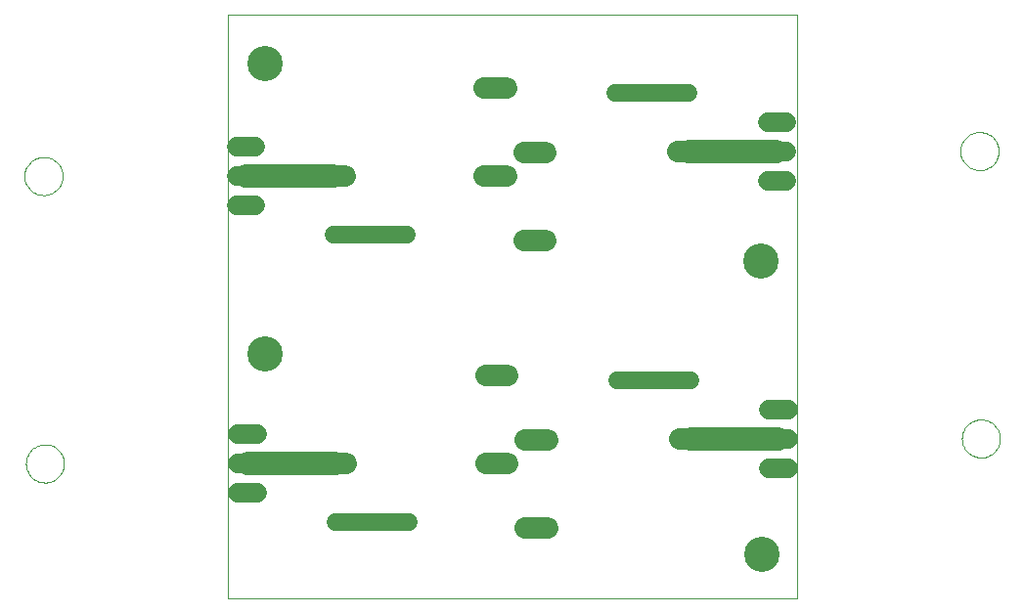
<source format=gbl>
G75*
G70*
%OFA0B0*%
%FSLAX24Y24*%
%IPPOS*%
%LPD*%
%AMOC8*
5,1,8,0,0,1.08239X$1,22.5*
%
%ADD10C,0.0000*%
%ADD11C,0.0660*%
%ADD12C,0.0740*%
%ADD13C,0.1200*%
%ADD14C,0.0400*%
%ADD15C,0.0600*%
%ADD16C,0.0800*%
D10*
X007790Y001718D02*
X027190Y001718D01*
X027190Y021618D01*
X007790Y021618D01*
X007790Y001718D01*
X000890Y006318D02*
X000892Y006368D01*
X000898Y006418D01*
X000908Y006468D01*
X000921Y006516D01*
X000938Y006564D01*
X000959Y006610D01*
X000983Y006654D01*
X001011Y006696D01*
X001042Y006736D01*
X001076Y006773D01*
X001113Y006808D01*
X001152Y006839D01*
X001193Y006868D01*
X001237Y006893D01*
X001283Y006915D01*
X001330Y006933D01*
X001378Y006947D01*
X001427Y006958D01*
X001477Y006965D01*
X001527Y006968D01*
X001578Y006967D01*
X001628Y006962D01*
X001678Y006953D01*
X001726Y006941D01*
X001774Y006924D01*
X001820Y006904D01*
X001865Y006881D01*
X001908Y006854D01*
X001948Y006824D01*
X001986Y006791D01*
X002021Y006755D01*
X002054Y006716D01*
X002083Y006675D01*
X002109Y006632D01*
X002132Y006587D01*
X002151Y006540D01*
X002166Y006492D01*
X002178Y006443D01*
X002186Y006393D01*
X002190Y006343D01*
X002190Y006293D01*
X002186Y006243D01*
X002178Y006193D01*
X002166Y006144D01*
X002151Y006096D01*
X002132Y006049D01*
X002109Y006004D01*
X002083Y005961D01*
X002054Y005920D01*
X002021Y005881D01*
X001986Y005845D01*
X001948Y005812D01*
X001908Y005782D01*
X001865Y005755D01*
X001820Y005732D01*
X001774Y005712D01*
X001726Y005695D01*
X001678Y005683D01*
X001628Y005674D01*
X001578Y005669D01*
X001527Y005668D01*
X001477Y005671D01*
X001427Y005678D01*
X001378Y005689D01*
X001330Y005703D01*
X001283Y005721D01*
X001237Y005743D01*
X001193Y005768D01*
X001152Y005797D01*
X001113Y005828D01*
X001076Y005863D01*
X001042Y005900D01*
X001011Y005940D01*
X000983Y005982D01*
X000959Y006026D01*
X000938Y006072D01*
X000921Y006120D01*
X000908Y006168D01*
X000898Y006218D01*
X000892Y006268D01*
X000890Y006318D01*
X000840Y016118D02*
X000842Y016168D01*
X000848Y016218D01*
X000858Y016268D01*
X000871Y016316D01*
X000888Y016364D01*
X000909Y016410D01*
X000933Y016454D01*
X000961Y016496D01*
X000992Y016536D01*
X001026Y016573D01*
X001063Y016608D01*
X001102Y016639D01*
X001143Y016668D01*
X001187Y016693D01*
X001233Y016715D01*
X001280Y016733D01*
X001328Y016747D01*
X001377Y016758D01*
X001427Y016765D01*
X001477Y016768D01*
X001528Y016767D01*
X001578Y016762D01*
X001628Y016753D01*
X001676Y016741D01*
X001724Y016724D01*
X001770Y016704D01*
X001815Y016681D01*
X001858Y016654D01*
X001898Y016624D01*
X001936Y016591D01*
X001971Y016555D01*
X002004Y016516D01*
X002033Y016475D01*
X002059Y016432D01*
X002082Y016387D01*
X002101Y016340D01*
X002116Y016292D01*
X002128Y016243D01*
X002136Y016193D01*
X002140Y016143D01*
X002140Y016093D01*
X002136Y016043D01*
X002128Y015993D01*
X002116Y015944D01*
X002101Y015896D01*
X002082Y015849D01*
X002059Y015804D01*
X002033Y015761D01*
X002004Y015720D01*
X001971Y015681D01*
X001936Y015645D01*
X001898Y015612D01*
X001858Y015582D01*
X001815Y015555D01*
X001770Y015532D01*
X001724Y015512D01*
X001676Y015495D01*
X001628Y015483D01*
X001578Y015474D01*
X001528Y015469D01*
X001477Y015468D01*
X001427Y015471D01*
X001377Y015478D01*
X001328Y015489D01*
X001280Y015503D01*
X001233Y015521D01*
X001187Y015543D01*
X001143Y015568D01*
X001102Y015597D01*
X001063Y015628D01*
X001026Y015663D01*
X000992Y015700D01*
X000961Y015740D01*
X000933Y015782D01*
X000909Y015826D01*
X000888Y015872D01*
X000871Y015920D01*
X000858Y015968D01*
X000848Y016018D01*
X000842Y016068D01*
X000840Y016118D01*
X032740Y016968D02*
X032742Y017018D01*
X032748Y017068D01*
X032758Y017118D01*
X032771Y017166D01*
X032788Y017214D01*
X032809Y017260D01*
X032833Y017304D01*
X032861Y017346D01*
X032892Y017386D01*
X032926Y017423D01*
X032963Y017458D01*
X033002Y017489D01*
X033043Y017518D01*
X033087Y017543D01*
X033133Y017565D01*
X033180Y017583D01*
X033228Y017597D01*
X033277Y017608D01*
X033327Y017615D01*
X033377Y017618D01*
X033428Y017617D01*
X033478Y017612D01*
X033528Y017603D01*
X033576Y017591D01*
X033624Y017574D01*
X033670Y017554D01*
X033715Y017531D01*
X033758Y017504D01*
X033798Y017474D01*
X033836Y017441D01*
X033871Y017405D01*
X033904Y017366D01*
X033933Y017325D01*
X033959Y017282D01*
X033982Y017237D01*
X034001Y017190D01*
X034016Y017142D01*
X034028Y017093D01*
X034036Y017043D01*
X034040Y016993D01*
X034040Y016943D01*
X034036Y016893D01*
X034028Y016843D01*
X034016Y016794D01*
X034001Y016746D01*
X033982Y016699D01*
X033959Y016654D01*
X033933Y016611D01*
X033904Y016570D01*
X033871Y016531D01*
X033836Y016495D01*
X033798Y016462D01*
X033758Y016432D01*
X033715Y016405D01*
X033670Y016382D01*
X033624Y016362D01*
X033576Y016345D01*
X033528Y016333D01*
X033478Y016324D01*
X033428Y016319D01*
X033377Y016318D01*
X033327Y016321D01*
X033277Y016328D01*
X033228Y016339D01*
X033180Y016353D01*
X033133Y016371D01*
X033087Y016393D01*
X033043Y016418D01*
X033002Y016447D01*
X032963Y016478D01*
X032926Y016513D01*
X032892Y016550D01*
X032861Y016590D01*
X032833Y016632D01*
X032809Y016676D01*
X032788Y016722D01*
X032771Y016770D01*
X032758Y016818D01*
X032748Y016868D01*
X032742Y016918D01*
X032740Y016968D01*
X032790Y007168D02*
X032792Y007218D01*
X032798Y007268D01*
X032808Y007318D01*
X032821Y007366D01*
X032838Y007414D01*
X032859Y007460D01*
X032883Y007504D01*
X032911Y007546D01*
X032942Y007586D01*
X032976Y007623D01*
X033013Y007658D01*
X033052Y007689D01*
X033093Y007718D01*
X033137Y007743D01*
X033183Y007765D01*
X033230Y007783D01*
X033278Y007797D01*
X033327Y007808D01*
X033377Y007815D01*
X033427Y007818D01*
X033478Y007817D01*
X033528Y007812D01*
X033578Y007803D01*
X033626Y007791D01*
X033674Y007774D01*
X033720Y007754D01*
X033765Y007731D01*
X033808Y007704D01*
X033848Y007674D01*
X033886Y007641D01*
X033921Y007605D01*
X033954Y007566D01*
X033983Y007525D01*
X034009Y007482D01*
X034032Y007437D01*
X034051Y007390D01*
X034066Y007342D01*
X034078Y007293D01*
X034086Y007243D01*
X034090Y007193D01*
X034090Y007143D01*
X034086Y007093D01*
X034078Y007043D01*
X034066Y006994D01*
X034051Y006946D01*
X034032Y006899D01*
X034009Y006854D01*
X033983Y006811D01*
X033954Y006770D01*
X033921Y006731D01*
X033886Y006695D01*
X033848Y006662D01*
X033808Y006632D01*
X033765Y006605D01*
X033720Y006582D01*
X033674Y006562D01*
X033626Y006545D01*
X033578Y006533D01*
X033528Y006524D01*
X033478Y006519D01*
X033427Y006518D01*
X033377Y006521D01*
X033327Y006528D01*
X033278Y006539D01*
X033230Y006553D01*
X033183Y006571D01*
X033137Y006593D01*
X033093Y006618D01*
X033052Y006647D01*
X033013Y006678D01*
X032976Y006713D01*
X032942Y006750D01*
X032911Y006790D01*
X032883Y006832D01*
X032859Y006876D01*
X032838Y006922D01*
X032821Y006970D01*
X032808Y007018D01*
X032798Y007068D01*
X032792Y007118D01*
X032790Y007168D01*
D11*
X026870Y007168D02*
X026210Y007168D01*
X026210Y006168D02*
X026870Y006168D01*
X026870Y008168D02*
X026210Y008168D01*
X026160Y015968D02*
X026820Y015968D01*
X026820Y016968D02*
X026160Y016968D01*
X026160Y017968D02*
X026820Y017968D01*
X008770Y007318D02*
X008110Y007318D01*
X008110Y006318D02*
X008770Y006318D01*
X008770Y005318D02*
X008110Y005318D01*
X008060Y015118D02*
X008720Y015118D01*
X008720Y016118D02*
X008060Y016118D01*
X008060Y017118D02*
X008720Y017118D01*
D12*
X011020Y016118D02*
X011760Y016118D01*
X016520Y016118D02*
X017260Y016118D01*
X017870Y016918D02*
X018610Y016918D01*
X017260Y019118D02*
X016520Y019118D01*
X023120Y016968D02*
X023860Y016968D01*
X018610Y013918D02*
X017870Y013918D01*
X017310Y009318D02*
X016570Y009318D01*
X017920Y007118D02*
X018660Y007118D01*
X017310Y006318D02*
X016570Y006318D01*
X017920Y004118D02*
X018660Y004118D01*
X023170Y007168D02*
X023910Y007168D01*
X011810Y006318D02*
X011070Y006318D01*
D13*
X009040Y010068D03*
X009040Y019968D03*
X025940Y013218D03*
X025990Y003218D03*
D14*
X023540Y009168D03*
X021040Y009168D03*
X013940Y004318D03*
X011440Y004318D03*
X011390Y014118D03*
X013890Y014118D03*
X020990Y018968D03*
X023490Y018968D03*
D15*
X020990Y018968D01*
X013890Y014118D02*
X011390Y014118D01*
X021040Y009168D02*
X023540Y009168D01*
X013940Y004318D02*
X011440Y004318D01*
D16*
X011440Y006318D02*
X008440Y006318D01*
X008390Y016118D02*
X011390Y016118D01*
X023490Y016968D02*
X026490Y016968D01*
X026540Y007168D02*
X023540Y007168D01*
M02*

</source>
